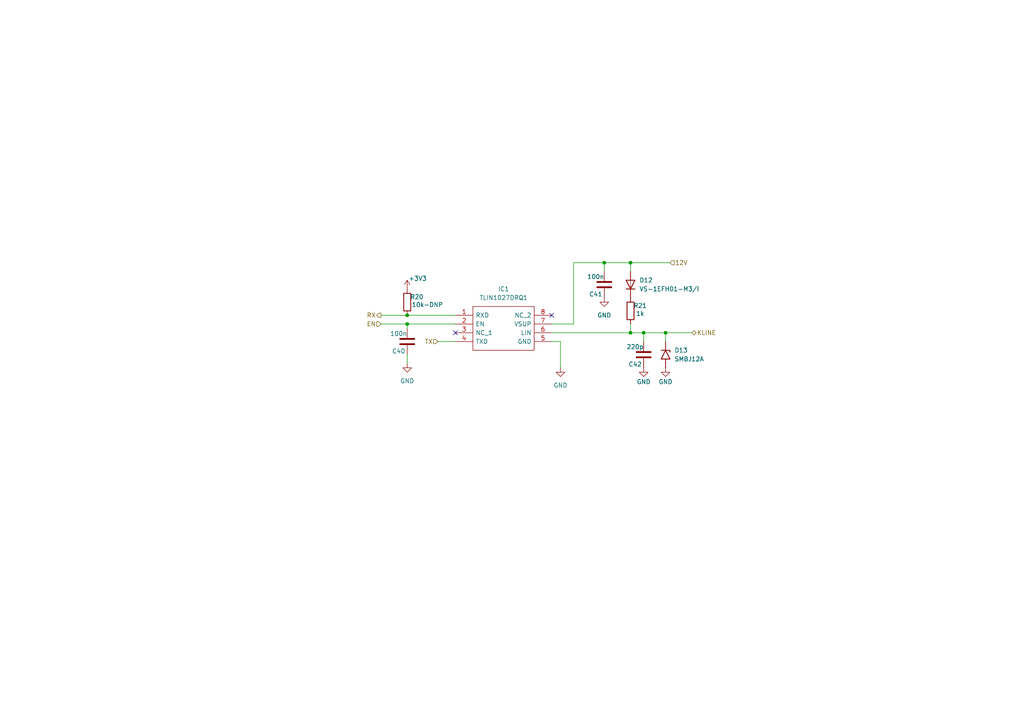
<source format=kicad_sch>
(kicad_sch (version 20231120) (generator "eeschema") (generator_version "8.0")
  (paper "A4")
  (lib_symbols
    (symbol "Device:C" (pin_numbers hide) (pin_names (offset 0.254))
      (property "Reference" "C" (at 0.635 2.54 0))
      (property "Value" "C" (at 0.635 -2.54 0))
      (symbol "C_0_1"
        (polyline (pts (xy -2.032 -0.762) (xy 2.032 -0.762)) (stroke (width 0.508)))
        (polyline (pts (xy -2.032 0.762) (xy 2.032 0.762)) (stroke (width 0.508)))
      )
      (symbol "C_1_1"
        (pin passive line (at 0 3.81 270) (length 2.794) (name "~") (number "1"))
        (pin passive line (at 0 -3.81 90) (length 2.794) (name "~") (number "2"))
      )
    )
    (symbol "Device:D" (pin_numbers hide) (pin_names (offset 1.016) hide)
      (property "Reference" "D" (at 0 2.54 0))
      (property "Value" "D" (at 0 -2.54 0))
      (symbol "D_0_1"
        (polyline (pts (xy -1.27 1.27) (xy -1.27 -1.27)) (stroke (width 0.254)))
        (polyline (pts (xy 1.27 0) (xy -1.27 0)))
        (polyline (pts (xy 1.27 1.27) (xy 1.27 -1.27) (xy -1.27 0) (xy 1.27 1.27)) (stroke (width 0.254)))
      )
      (symbol "D_1_1"
        (pin passive line (at -3.81 0 0) (length 2.54) (name "K") (number "1"))
        (pin passive line (at 3.81 0 180) (length 2.54) (name "A") (number "2"))
      )
    )
    (symbol "Device:R" (pin_numbers hide) (pin_names (offset 0))
      (property "Reference" "R" (at 2.032 0 90))
      (property "Value" "R" (at 0 0 90))
      (symbol "R_0_1"
        (rectangle (start -1.016 -2.54) (end 1.016 2.54) (stroke (width 0.254)))
      )
      (symbol "R_1_1"
        (pin passive line (at 0 3.81 270) (length 1.27) (name "~") (number "1"))
        (pin passive line (at 0 -3.81 90) (length 1.27) (name "~") (number "2"))
      )
    )
    (symbol "Diode:SM6T10A" (pin_numbers hide) (pin_names (offset 1.016) hide)
      (property "Reference" "D" (at 0 2.54 0))
      (property "Value" "SM6T10A" (at 0 -2.54 0))
      (symbol "SM6T10A_0_1"
        (polyline (pts (xy -0.762 1.27) (xy -1.27 1.27) (xy -1.27 -1.27)) (stroke (width 0.254)))
        (polyline (pts (xy 1.27 1.27) (xy 1.27 -1.27) (xy -1.27 0) (xy 1.27 1.27)) (stroke (width 0.254)))
      )
      (symbol "SM6T10A_1_1"
        (pin passive line (at -3.81 0 0) (length 2.54) (name "A1") (number "1"))
        (pin passive line (at 3.81 0 180) (length 2.54) (name "A2") (number "2"))
      )
    )
    (symbol "SamacSys_Parts:TLIN1027DRQ1" (pin_names (offset 0.762))
      (property "Reference" "IC" (at 24.13 7.62 0))
      (property "Value" "TLIN1027DRQ1" (at 24.13 5.08 0))
      (symbol "TLIN1027DRQ1_0_0"
        (pin passive line (at 0 0 0) (length 5.08) (name "RXD") (number "1"))
        (pin passive line (at 0 -2.54 0) (length 5.08) (name "EN") (number "2"))
        (pin passive line (at 0 -5.08 0) (length 5.08) (name "NC_1") (number "3"))
        (pin passive line (at 0 -7.62 0) (length 5.08) (name "TXD") (number "4"))
        (pin passive line (at 27.94 -7.62 180) (length 5.08) (name "GND") (number "5"))
        (pin passive line (at 27.94 -5.08 180) (length 5.08) (name "LIN") (number "6"))
        (pin passive line (at 27.94 -2.54 180) (length 5.08) (name "VSUP") (number "7"))
        (pin passive line (at 27.94 0 180) (length 5.08) (name "NC_2") (number "8"))
      )
      (symbol "TLIN1027DRQ1_0_1"
        (polyline (pts (xy 5.08 2.54) (xy 22.86 2.54) (xy 22.86 -10.16) (xy 5.08 -10.16) (xy 5.08 2.54)) (stroke (width 0.1524)))
      )
    )
    (symbol "power:+3V3" (power) (pin_numbers hide) (pin_names (offset 0) hide)
      (property "Value" "+3V3" (at 0 3.556 0))
      (symbol "+3V3_0_1"
        (polyline (pts (xy -0.762 1.27) (xy 0 2.54)))
        (polyline (pts (xy 0 0) (xy 0 2.54)))
        (polyline (pts (xy 0 2.54) (xy 0.762 1.27)))
      )
      (symbol "+3V3_1_1"
        (pin power_in line (at 0 0 90) (length 0) (name "~") (number "1"))
      )
    )
    (symbol "power:GND" (power) (pin_numbers hide) (pin_names (offset 0) hide)
      (property "Value" "GND" (at 0 -3.81 0))
      (symbol "GND_0_1"
        (polyline (pts (xy 0 0) (xy 0 -1.27) (xy 1.27 -1.27) (xy 0 -2.54) (xy -1.27 -1.27) (xy 0 -1.27)))
      )
      (symbol "GND_1_1"
        (pin power_in line (at 0 0 270) (length 0) (name "~") (number "1"))
      )
    )
  )
  (junction (at 182.88 96.52))
  (junction (at 118.11 93.98))
  (junction (at 186.69 96.52))
  (junction (at 118.11 91.44))
  (junction (at 175.26 76.2))
  (junction (at 182.88 76.2))
  (junction (at 193.04 96.52))
  (no_connect (at 132.08 96.52))
  (no_connect (at 160.02 91.44))
  (wire (pts (xy 160.02 96.52) (xy 182.88 96.52)))
  (wire (pts (xy 175.26 76.2) (xy 182.88 76.2)))
  (wire (pts (xy 160.02 99.06) (xy 162.56 99.06)))
  (wire (pts (xy 166.37 76.2) (xy 166.37 93.98)))
  (wire (pts (xy 110.49 93.98) (xy 118.11 93.98)))
  (wire (pts (xy 132.08 93.98) (xy 118.11 93.98)))
  (wire (pts (xy 186.69 96.52) (xy 193.04 96.52)))
  (wire (pts (xy 175.26 76.2) (xy 175.26 78.74)))
  (wire (pts (xy 118.11 93.98) (xy 118.11 95.25)))
  (wire (pts (xy 166.37 76.2) (xy 175.26 76.2)))
  (wire (pts (xy 186.69 96.52) (xy 186.69 99.06)))
  (wire (pts (xy 193.04 96.52) (xy 200.66 96.52)))
  (wire (pts (xy 127 99.06) (xy 132.08 99.06)))
  (wire (pts (xy 193.04 96.52) (xy 193.04 99.06)))
  (wire (pts (xy 110.49 91.44) (xy 118.11 91.44)))
  (wire (pts (xy 160.02 93.98) (xy 166.37 93.98)))
  (wire (pts (xy 118.11 105.41) (xy 118.11 102.87)))
  (wire (pts (xy 182.88 96.52) (xy 186.69 96.52)))
  (wire (pts (xy 182.88 76.2) (xy 194.31 76.2)))
  (wire (pts (xy 118.11 91.44) (xy 132.08 91.44)))
  (wire (pts (xy 182.88 93.98) (xy 182.88 96.52)))
  (wire (pts (xy 182.88 78.74) (xy 182.88 76.2)))
  (wire (pts (xy 162.56 99.06) (xy 162.56 106.68)))
  (hierarchical_label "EN" (shape input) (at 110.49 93.98 180))
  (hierarchical_label "12V" (shape input) (at 194.31 76.2 0))
  (hierarchical_label "TX" (shape input) (at 127 99.06 180))
  (hierarchical_label "RX" (shape output) (at 110.49 91.44 180))
  (hierarchical_label "KLINE" (shape bidirectional) (at 200.66 96.52 0))
  (symbol (lib_id "power:GND") (at 186.69 106.68 0) (unit 1)
    (property "Reference" "#PWR093" (effects (hide yes)))
    (property "Value" "GND" (at 186.69 110.744 0))
    (property "Description" "Power symbol creates a global label with name \"GND\" , ground" (effects (hide yes)))
  )
  (symbol (lib_id "power:GND") (at 162.56 106.68 0) (unit 1)
    (property "Reference" "#PWR091" (effects (hide yes)))
    (property "Value" "GND" (at 162.56 111.76 0))
    (property "Description" "Power symbol creates a global label with name \"GND\" , ground" (effects (hide yes)))
  )
  (symbol (lib_id "power:+3V3") (at 118.11 83.82 0) (unit 1)
    (property "Reference" "#PWR089" (effects (hide yes)))
    (property "Value" "+3V3" (at 121.158 80.772 0))
    (property "Description" "Power symbol creates a global label with name \"+3V3\"" (effects (hide yes)))
  )
  (symbol (lib_id "Device:C") (at 175.26 82.55 0) (mirror y) (unit 1)
    (property "Reference" "C41" (at 174.752 85.344 0) (effects (justify left)))
    (property "Value" "100n" (at 175.26 80.264 0) (effects (justify left)))
    (property "Footprint" "Capacitor_SMD:C_0805_2012Metric_Pad1.18x1.45mm_HandSolder" (effects (hide yes)))
    (property "Description" "Unpolarized capacitor" (effects (hide yes)))
  )
  (symbol (lib_id "power:GND") (at 118.11 105.41 0) (unit 1)
    (property "Reference" "#PWR090" (effects (hide yes)))
    (property "Value" "GND" (at 118.11 110.49 0))
    (property "Description" "Power symbol creates a global label with name \"GND\" , ground" (effects (hide yes)))
  )
  (symbol (lib_id "Device:C") (at 186.69 102.87 0) (mirror y) (unit 1)
    (property "Reference" "C42" (at 186.182 105.664 0) (effects (justify left)))
    (property "Value" "220p" (at 186.69 100.584 0) (effects (justify left)))
    (property "Footprint" "Capacitor_SMD:C_0805_2012Metric_Pad1.18x1.45mm_HandSolder" (effects (hide yes)))
    (property "Description" "Unpolarized capacitor" (effects (hide yes)))
  )
  (symbol (lib_id "Diode:SM6T10A") (at 193.04 102.87 270) (unit 1)
    (property "Reference" "D13" (at 195.58 101.5999 90) (effects (justify left)))
    (property "Value" "SMBJ12A" (at 195.58 104.1399 90) (effects (justify left)))
    (property "Footprint" "Diode_SMD:D_SMB" (effects (hide yes)))
    (property "Datasheet" "https://www.st.com/resource/en/datasheet/sm6t.pdf" (effects (hide yes)))
    (property "Description" "600W unidirectional Transil Transient Voltage Suppressor, 10Vrwm, DO-214AA" (effects (hide yes)))
  )
  (symbol (lib_id "Device:R") (at 182.88 90.17 180) (unit 1)
    (property "Reference" "R21" (at 185.674 88.646 0))
    (property "Value" "1k" (at 185.674 90.932 0))
    (property "Footprint" "Resistor_SMD:R_0805_2012Metric_Pad1.20x1.40mm_HandSolder" (effects (hide yes)))
    (property "Description" "Resistor" (effects (hide yes)))
  )
  (symbol (lib_id "SamacSys_Parts:TLIN1027DRQ1") (at 132.08 91.44 0) (unit 1)
    (property "Reference" "IC1" (at 146.05 83.82 0))
    (property "Value" "TLIN1027DRQ1" (at 146.05 86.36 0))
    (property "Footprint" "Package_SO:SOIC-8_3.9x4.9mm_P1.27mm" (effects (hide yes)))
    (property "Datasheet" "https://www.ti.com/lit/ds/symlink/tlin1027-q1.pdf?ts=1623238346841&ref_url=https%253A%252F%252Fwww.ti.com%252Fstore%252Fti%252Fen%252Fp%252Fproduct%252F%253Fp%253DTLIN1027DRQ1" (effects (hide yes)))
    (property "Description" "LIN Transceivers Automotive local interconnect network (LIN) transceiver for K-line applications 8-SOIC -40 to 125" (effects (hide yes)))
    (property "Description_1" "LIN Transceivers Automotive local interconnect network (LIN) transceiver for K-line applications 8-SOIC -40 to 125" (effects (hide yes)))
    (property "Height" "1.75" (effects (hide yes)))
    (property "Manufacturer_Name" "Texas Instruments" (effects (hide yes)))
    (property "Manufacturer_Part_Number" "TLIN1027DRQ1" (effects (hide yes)))
    (property "Arrow Part Number" "TLIN1027DRQ1" (effects (hide yes)))
    (property "Arrow Price/Stock" "https://www.arrow.com/en/products/tlin1027drq1/texas-instruments" (effects (hide yes)))
  )
  (symbol (lib_id "Device:D") (at 182.88 82.55 90) (unit 1)
    (property "Reference" "D12" (at 185.42 81.2799 90) (effects (justify right)))
    (property "Value" "VS-1EFH01-M3/I" (at 185.42 83.8199 90) (effects (justify right)))
    (property "Footprint" "Diode_SMD:D_SMF" (effects (hide yes)))
    (property "Description" "Diode" (effects (hide yes)))
    (property "Sim.Device" "D" (effects (hide yes)))
    (property "Sim.Pins" "1=K 2=A" (effects (hide yes)))
  )
  (symbol (lib_id "power:GND") (at 193.04 106.68 0) (unit 1)
    (property "Reference" "#PWR094" (effects (hide yes)))
    (property "Value" "GND" (at 193.04 110.744 0))
    (property "Description" "Power symbol creates a global label with name \"GND\" , ground" (effects (hide yes)))
  )
  (symbol (lib_id "power:GND") (at 175.26 86.36 0) (unit 1)
    (property "Reference" "#PWR092" (effects (hide yes)))
    (property "Value" "GND" (at 175.26 91.44 0))
    (property "Description" "Power symbol creates a global label with name \"GND\" , ground" (effects (hide yes)))
  )
  (symbol (lib_id "Device:C") (at 118.11 99.06 0) (mirror y) (unit 1)
    (property "Reference" "C40" (at 117.602 101.854 0) (effects (justify left)))
    (property "Value" "100n" (at 118.11 96.774 0) (effects (justify left)))
    (property "Footprint" "Capacitor_SMD:C_0805_2012Metric_Pad1.18x1.45mm_HandSolder" (effects (hide yes)))
    (property "Description" "Unpolarized capacitor" (effects (hide yes)))
  )
  (symbol (lib_id "Device:R") (at 118.11 87.63 180) (unit 1)
    (property "Reference" "R20" (at 120.904 86.106 0))
    (property "Value" "10k-DNP" (at 123.952 88.392 0))
    (property "Footprint" "Resistor_SMD:R_0805_2012Metric_Pad1.20x1.40mm_HandSolder" (effects (hide yes)))
    (property "Description" "Resistor" (effects (hide yes)))
  )
)
</source>
